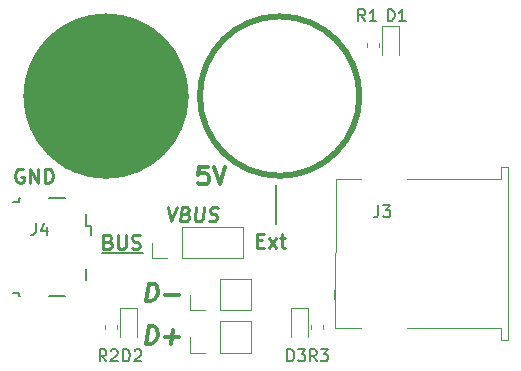
<source format=gbr>
G04 #@! TF.GenerationSoftware,KiCad,Pcbnew,(5.0.2-5-10.14)*
G04 #@! TF.CreationDate,2019-03-07T11:52:20+01:00*
G04 #@! TF.ProjectId,USBSwitch,55534253-7769-4746-9368-2e6b69636164,rev?*
G04 #@! TF.SameCoordinates,Original*
G04 #@! TF.FileFunction,Legend,Top*
G04 #@! TF.FilePolarity,Positive*
%FSLAX46Y46*%
G04 Gerber Fmt 4.6, Leading zero omitted, Abs format (unit mm)*
G04 Created by KiCad (PCBNEW (5.0.2-5-10.14)) date 2019 March 07, Thursday 11:52:20*
%MOMM*%
%LPD*%
G01*
G04 APERTURE LIST*
%ADD10C,0.200000*%
%ADD11C,0.150000*%
%ADD12C,0.250000*%
%ADD13C,0.300000*%
%ADD14C,0.500000*%
%ADD15C,0.120000*%
G04 APERTURE END LIST*
D10*
X57750000Y-55500000D02*
X61250000Y-55500000D01*
X72500000Y-53000000D02*
X72500000Y-49750000D01*
D11*
G36*
X58000000Y-35500000D02*
X61000000Y-36250000D01*
X61500000Y-36500000D01*
X63000000Y-37500000D01*
X64000000Y-39000000D01*
X64500000Y-40250000D01*
X64750000Y-42250000D01*
X64250000Y-44750000D01*
X62750000Y-47000000D01*
X61250000Y-48250000D01*
X59750000Y-48750000D01*
X58000000Y-49000000D01*
X56500000Y-48750000D01*
X54750000Y-48250000D01*
X53500000Y-47250000D01*
X52250000Y-45750000D01*
X51750000Y-44250000D01*
X51250000Y-42250000D01*
X51500000Y-40750000D01*
X51750000Y-39500000D01*
X52750000Y-38250000D01*
X54000000Y-36750000D01*
X55750000Y-36000000D01*
X57000000Y-35500000D01*
X58000000Y-35500000D01*
G37*
X58000000Y-35500000D02*
X61000000Y-36250000D01*
X61500000Y-36500000D01*
X63000000Y-37500000D01*
X64000000Y-39000000D01*
X64500000Y-40250000D01*
X64750000Y-42250000D01*
X64250000Y-44750000D01*
X62750000Y-47000000D01*
X61250000Y-48250000D01*
X59750000Y-48750000D01*
X58000000Y-49000000D01*
X56500000Y-48750000D01*
X54750000Y-48250000D01*
X53500000Y-47250000D01*
X52250000Y-45750000D01*
X51750000Y-44250000D01*
X51250000Y-42250000D01*
X51500000Y-40750000D01*
X51750000Y-39500000D01*
X52750000Y-38250000D01*
X54000000Y-36750000D01*
X55750000Y-36000000D01*
X57000000Y-35500000D01*
X58000000Y-35500000D01*
D12*
X51085714Y-48400000D02*
X50971428Y-48342857D01*
X50800000Y-48342857D01*
X50628571Y-48400000D01*
X50514285Y-48514285D01*
X50457142Y-48628571D01*
X50400000Y-48857142D01*
X50400000Y-49028571D01*
X50457142Y-49257142D01*
X50514285Y-49371428D01*
X50628571Y-49485714D01*
X50800000Y-49542857D01*
X50914285Y-49542857D01*
X51085714Y-49485714D01*
X51142857Y-49428571D01*
X51142857Y-49028571D01*
X50914285Y-49028571D01*
X51657142Y-49542857D02*
X51657142Y-48342857D01*
X52342857Y-49542857D01*
X52342857Y-48342857D01*
X52914285Y-49542857D02*
X52914285Y-48342857D01*
X53200000Y-48342857D01*
X53371428Y-48400000D01*
X53485714Y-48514285D01*
X53542857Y-48628571D01*
X53600000Y-48857142D01*
X53600000Y-49028571D01*
X53542857Y-49257142D01*
X53485714Y-49371428D01*
X53371428Y-49485714D01*
X53200000Y-49542857D01*
X52914285Y-49542857D01*
X63324330Y-51592857D02*
X63574330Y-52792857D01*
X64124330Y-51592857D01*
X64852901Y-52164285D02*
X65017187Y-52221428D01*
X65067187Y-52278571D01*
X65110044Y-52392857D01*
X65088616Y-52564285D01*
X65017187Y-52678571D01*
X64952901Y-52735714D01*
X64831473Y-52792857D01*
X64374330Y-52792857D01*
X64524330Y-51592857D01*
X64924330Y-51592857D01*
X65031473Y-51650000D01*
X65081473Y-51707142D01*
X65124330Y-51821428D01*
X65110044Y-51935714D01*
X65038616Y-52050000D01*
X64974330Y-52107142D01*
X64852901Y-52164285D01*
X64452901Y-52164285D01*
X65724330Y-51592857D02*
X65602901Y-52564285D01*
X65645758Y-52678571D01*
X65695758Y-52735714D01*
X65802901Y-52792857D01*
X66031473Y-52792857D01*
X66152901Y-52735714D01*
X66217187Y-52678571D01*
X66288616Y-52564285D01*
X66410044Y-51592857D01*
X66781473Y-52735714D02*
X66945758Y-52792857D01*
X67231473Y-52792857D01*
X67352901Y-52735714D01*
X67417187Y-52678571D01*
X67488616Y-52564285D01*
X67502901Y-52450000D01*
X67460044Y-52335714D01*
X67410044Y-52278571D01*
X67302901Y-52221428D01*
X67081473Y-52164285D01*
X66974330Y-52107142D01*
X66924330Y-52050000D01*
X66881473Y-51935714D01*
X66895758Y-51821428D01*
X66967187Y-51707142D01*
X67031473Y-51650000D01*
X67152901Y-51592857D01*
X67438616Y-51592857D01*
X67602901Y-51650000D01*
D13*
X66714285Y-48178571D02*
X66000000Y-48178571D01*
X65928571Y-48892857D01*
X66000000Y-48821428D01*
X66142857Y-48750000D01*
X66500000Y-48750000D01*
X66642857Y-48821428D01*
X66714285Y-48892857D01*
X66785714Y-49035714D01*
X66785714Y-49392857D01*
X66714285Y-49535714D01*
X66642857Y-49607142D01*
X66500000Y-49678571D01*
X66142857Y-49678571D01*
X66000000Y-49607142D01*
X65928571Y-49535714D01*
X67214285Y-48178571D02*
X67714285Y-49678571D01*
X68214285Y-48178571D01*
X61522500Y-63178571D02*
X61710000Y-61678571D01*
X62067142Y-61678571D01*
X62272500Y-61750000D01*
X62397500Y-61892857D01*
X62451071Y-62035714D01*
X62486785Y-62321428D01*
X62460000Y-62535714D01*
X62352857Y-62821428D01*
X62263571Y-62964285D01*
X62102857Y-63107142D01*
X61879642Y-63178571D01*
X61522500Y-63178571D01*
X63093928Y-62607142D02*
X64236785Y-62607142D01*
X63593928Y-63178571D02*
X63736785Y-62035714D01*
X61522500Y-59578571D02*
X61710000Y-58078571D01*
X62067142Y-58078571D01*
X62272500Y-58150000D01*
X62397500Y-58292857D01*
X62451071Y-58435714D01*
X62486785Y-58721428D01*
X62460000Y-58935714D01*
X62352857Y-59221428D01*
X62263571Y-59364285D01*
X62102857Y-59507142D01*
X61879642Y-59578571D01*
X61522500Y-59578571D01*
X63093928Y-59007142D02*
X64236785Y-59007142D01*
D12*
X58285714Y-54514285D02*
X58457142Y-54571428D01*
X58514285Y-54628571D01*
X58571428Y-54742857D01*
X58571428Y-54914285D01*
X58514285Y-55028571D01*
X58457142Y-55085714D01*
X58342857Y-55142857D01*
X57885714Y-55142857D01*
X57885714Y-53942857D01*
X58285714Y-53942857D01*
X58400000Y-54000000D01*
X58457142Y-54057142D01*
X58514285Y-54171428D01*
X58514285Y-54285714D01*
X58457142Y-54400000D01*
X58400000Y-54457142D01*
X58285714Y-54514285D01*
X57885714Y-54514285D01*
X59085714Y-53942857D02*
X59085714Y-54914285D01*
X59142857Y-55028571D01*
X59200000Y-55085714D01*
X59314285Y-55142857D01*
X59542857Y-55142857D01*
X59657142Y-55085714D01*
X59714285Y-55028571D01*
X59771428Y-54914285D01*
X59771428Y-53942857D01*
X60285714Y-55085714D02*
X60457142Y-55142857D01*
X60742857Y-55142857D01*
X60857142Y-55085714D01*
X60914285Y-55028571D01*
X60971428Y-54914285D01*
X60971428Y-54800000D01*
X60914285Y-54685714D01*
X60857142Y-54628571D01*
X60742857Y-54571428D01*
X60514285Y-54514285D01*
X60400000Y-54457142D01*
X60342857Y-54400000D01*
X60285714Y-54285714D01*
X60285714Y-54171428D01*
X60342857Y-54057142D01*
X60400000Y-54000000D01*
X60514285Y-53942857D01*
X60800000Y-53942857D01*
X60971428Y-54000000D01*
X70914285Y-54414285D02*
X71314285Y-54414285D01*
X71485714Y-55042857D02*
X70914285Y-55042857D01*
X70914285Y-53842857D01*
X71485714Y-53842857D01*
X71885714Y-55042857D02*
X72514285Y-54242857D01*
X71885714Y-54242857D02*
X72514285Y-55042857D01*
X72800000Y-54242857D02*
X73257142Y-54242857D01*
X72971428Y-53842857D02*
X72971428Y-54871428D01*
X73028571Y-54985714D01*
X73142857Y-55042857D01*
X73257142Y-55042857D01*
D14*
G04 #@! TO.C,J2*
X64850000Y-42200000D02*
G75*
G03X64850000Y-42200000I-6750000J0D01*
G01*
G04 #@! TO.C,J1*
X79550000Y-42200000D02*
G75*
G03X79550000Y-42200000I-6750000J0D01*
G01*
D11*
G04 #@! TO.C,J4*
X56400000Y-56800000D02*
X56400000Y-57800000D01*
X56400000Y-53200000D02*
X56400000Y-52200000D01*
X56825000Y-53200000D02*
X56400000Y-53200000D01*
X56825000Y-53925000D02*
X56825000Y-53200000D01*
X53250000Y-59150000D02*
X54650000Y-59150000D01*
X50700000Y-59150000D02*
X50850000Y-59150000D01*
X50700000Y-58850000D02*
X50700000Y-59150000D01*
X50250000Y-58850000D02*
X50700000Y-58850000D01*
X50700000Y-51150000D02*
X50250000Y-51150000D01*
X50700000Y-50850000D02*
X50700000Y-51150000D01*
X50850000Y-50850000D02*
X50700000Y-50850000D01*
X54650000Y-50850000D02*
X53250000Y-50850000D01*
D15*
G04 #@! TO.C,J3*
X79680000Y-49190000D02*
X77600000Y-49200000D01*
X79680000Y-61810000D02*
X77500000Y-61800000D01*
X83580000Y-49190000D02*
X91550000Y-49190000D01*
X91550000Y-49190000D02*
X91550000Y-48190000D01*
X91550000Y-48190000D02*
X92170000Y-48190000D01*
X92170000Y-48190000D02*
X92170000Y-62810000D01*
X92170000Y-62810000D02*
X91550000Y-62810000D01*
X91550000Y-62810000D02*
X91550000Y-61810000D01*
X91550000Y-61810000D02*
X83580000Y-61810000D01*
X77500000Y-61800000D02*
X77600000Y-49200000D01*
X77400000Y-58600000D02*
X77400000Y-59400000D01*
G04 #@! TO.C,JP1*
X61970000Y-55930000D02*
X61970000Y-54600000D01*
X63300000Y-55930000D02*
X61970000Y-55930000D01*
X64570000Y-55930000D02*
X64570000Y-53270000D01*
X64570000Y-53270000D02*
X69710000Y-53270000D01*
X64570000Y-55930000D02*
X69710000Y-55930000D01*
X69710000Y-55930000D02*
X69710000Y-53270000D01*
G04 #@! TO.C,JP2*
X65170000Y-63930000D02*
X65170000Y-62600000D01*
X66500000Y-63930000D02*
X65170000Y-63930000D01*
X67770000Y-63930000D02*
X67770000Y-61270000D01*
X67770000Y-61270000D02*
X70370000Y-61270000D01*
X67770000Y-63930000D02*
X70370000Y-63930000D01*
X70370000Y-63930000D02*
X70370000Y-61270000D01*
G04 #@! TO.C,JP3*
X65170000Y-60330000D02*
X65170000Y-59000000D01*
X66500000Y-60330000D02*
X65170000Y-60330000D01*
X67770000Y-60330000D02*
X67770000Y-57670000D01*
X67770000Y-57670000D02*
X70370000Y-57670000D01*
X67770000Y-60330000D02*
X70370000Y-60330000D01*
X70370000Y-60330000D02*
X70370000Y-57670000D01*
G04 #@! TO.C,D1*
X81465000Y-36240000D02*
X81465000Y-38700000D01*
X82935000Y-36240000D02*
X81465000Y-36240000D01*
X82935000Y-38700000D02*
X82935000Y-36240000D01*
G04 #@! TO.C,D2*
X59265000Y-60160000D02*
X59265000Y-62620000D01*
X60735000Y-60160000D02*
X59265000Y-60160000D01*
X60735000Y-62620000D02*
X60735000Y-60160000D01*
G04 #@! TO.C,D3*
X73765000Y-60115000D02*
X73765000Y-62575000D01*
X75235000Y-60115000D02*
X73765000Y-60115000D01*
X75235000Y-62575000D02*
X75235000Y-60115000D01*
G04 #@! TO.C,R1*
X80190000Y-37728733D02*
X80190000Y-38071267D01*
X81210000Y-37728733D02*
X81210000Y-38071267D01*
G04 #@! TO.C,R2*
X57990000Y-61603733D02*
X57990000Y-61946267D01*
X59010000Y-61603733D02*
X59010000Y-61946267D01*
G04 #@! TO.C,R3*
X75490000Y-61603733D02*
X75490000Y-61946267D01*
X76510000Y-61603733D02*
X76510000Y-61946267D01*
G04 #@! TO.C,J4*
D11*
X52166666Y-52952380D02*
X52166666Y-53666666D01*
X52119047Y-53809523D01*
X52023809Y-53904761D01*
X51880952Y-53952380D01*
X51785714Y-53952380D01*
X53071428Y-53285714D02*
X53071428Y-53952380D01*
X52833333Y-52904761D02*
X52595238Y-53619047D01*
X53214285Y-53619047D01*
G04 #@! TO.C,J3*
X81166666Y-51452380D02*
X81166666Y-52166666D01*
X81119047Y-52309523D01*
X81023809Y-52404761D01*
X80880952Y-52452380D01*
X80785714Y-52452380D01*
X81547619Y-51452380D02*
X82166666Y-51452380D01*
X81833333Y-51833333D01*
X81976190Y-51833333D01*
X82071428Y-51880952D01*
X82119047Y-51928571D01*
X82166666Y-52023809D01*
X82166666Y-52261904D01*
X82119047Y-52357142D01*
X82071428Y-52404761D01*
X81976190Y-52452380D01*
X81690476Y-52452380D01*
X81595238Y-52404761D01*
X81547619Y-52357142D01*
G04 #@! TO.C,D1*
X81961904Y-35852380D02*
X81961904Y-34852380D01*
X82200000Y-34852380D01*
X82342857Y-34900000D01*
X82438095Y-34995238D01*
X82485714Y-35090476D01*
X82533333Y-35280952D01*
X82533333Y-35423809D01*
X82485714Y-35614285D01*
X82438095Y-35709523D01*
X82342857Y-35804761D01*
X82200000Y-35852380D01*
X81961904Y-35852380D01*
X83485714Y-35852380D02*
X82914285Y-35852380D01*
X83200000Y-35852380D02*
X83200000Y-34852380D01*
X83104761Y-34995238D01*
X83009523Y-35090476D01*
X82914285Y-35138095D01*
G04 #@! TO.C,D2*
X59561904Y-64652380D02*
X59561904Y-63652380D01*
X59800000Y-63652380D01*
X59942857Y-63700000D01*
X60038095Y-63795238D01*
X60085714Y-63890476D01*
X60133333Y-64080952D01*
X60133333Y-64223809D01*
X60085714Y-64414285D01*
X60038095Y-64509523D01*
X59942857Y-64604761D01*
X59800000Y-64652380D01*
X59561904Y-64652380D01*
X60514285Y-63747619D02*
X60561904Y-63700000D01*
X60657142Y-63652380D01*
X60895238Y-63652380D01*
X60990476Y-63700000D01*
X61038095Y-63747619D01*
X61085714Y-63842857D01*
X61085714Y-63938095D01*
X61038095Y-64080952D01*
X60466666Y-64652380D01*
X61085714Y-64652380D01*
G04 #@! TO.C,D3*
X73461904Y-64652380D02*
X73461904Y-63652380D01*
X73700000Y-63652380D01*
X73842857Y-63700000D01*
X73938095Y-63795238D01*
X73985714Y-63890476D01*
X74033333Y-64080952D01*
X74033333Y-64223809D01*
X73985714Y-64414285D01*
X73938095Y-64509523D01*
X73842857Y-64604761D01*
X73700000Y-64652380D01*
X73461904Y-64652380D01*
X74366666Y-63652380D02*
X74985714Y-63652380D01*
X74652380Y-64033333D01*
X74795238Y-64033333D01*
X74890476Y-64080952D01*
X74938095Y-64128571D01*
X74985714Y-64223809D01*
X74985714Y-64461904D01*
X74938095Y-64557142D01*
X74890476Y-64604761D01*
X74795238Y-64652380D01*
X74509523Y-64652380D01*
X74414285Y-64604761D01*
X74366666Y-64557142D01*
G04 #@! TO.C,R1*
X80033333Y-35852380D02*
X79700000Y-35376190D01*
X79461904Y-35852380D02*
X79461904Y-34852380D01*
X79842857Y-34852380D01*
X79938095Y-34900000D01*
X79985714Y-34947619D01*
X80033333Y-35042857D01*
X80033333Y-35185714D01*
X79985714Y-35280952D01*
X79938095Y-35328571D01*
X79842857Y-35376190D01*
X79461904Y-35376190D01*
X80985714Y-35852380D02*
X80414285Y-35852380D01*
X80700000Y-35852380D02*
X80700000Y-34852380D01*
X80604761Y-34995238D01*
X80509523Y-35090476D01*
X80414285Y-35138095D01*
G04 #@! TO.C,R2*
X58133333Y-64652380D02*
X57800000Y-64176190D01*
X57561904Y-64652380D02*
X57561904Y-63652380D01*
X57942857Y-63652380D01*
X58038095Y-63700000D01*
X58085714Y-63747619D01*
X58133333Y-63842857D01*
X58133333Y-63985714D01*
X58085714Y-64080952D01*
X58038095Y-64128571D01*
X57942857Y-64176190D01*
X57561904Y-64176190D01*
X58514285Y-63747619D02*
X58561904Y-63700000D01*
X58657142Y-63652380D01*
X58895238Y-63652380D01*
X58990476Y-63700000D01*
X59038095Y-63747619D01*
X59085714Y-63842857D01*
X59085714Y-63938095D01*
X59038095Y-64080952D01*
X58466666Y-64652380D01*
X59085714Y-64652380D01*
G04 #@! TO.C,R3*
X75933333Y-64652380D02*
X75600000Y-64176190D01*
X75361904Y-64652380D02*
X75361904Y-63652380D01*
X75742857Y-63652380D01*
X75838095Y-63700000D01*
X75885714Y-63747619D01*
X75933333Y-63842857D01*
X75933333Y-63985714D01*
X75885714Y-64080952D01*
X75838095Y-64128571D01*
X75742857Y-64176190D01*
X75361904Y-64176190D01*
X76266666Y-63652380D02*
X76885714Y-63652380D01*
X76552380Y-64033333D01*
X76695238Y-64033333D01*
X76790476Y-64080952D01*
X76838095Y-64128571D01*
X76885714Y-64223809D01*
X76885714Y-64461904D01*
X76838095Y-64557142D01*
X76790476Y-64604761D01*
X76695238Y-64652380D01*
X76409523Y-64652380D01*
X76314285Y-64604761D01*
X76266666Y-64557142D01*
G04 #@! TD*
M02*

</source>
